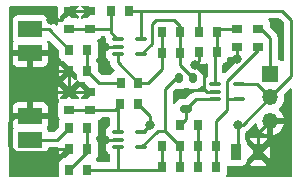
<source format=gbr>
%TF.GenerationSoftware,KiCad,Pcbnew,9.0.0*%
%TF.CreationDate,2025-04-01T12:45:26+02:00*%
%TF.ProjectId,preamp2,70726561-6d70-4322-9e6b-696361645f70,5*%
%TF.SameCoordinates,Original*%
%TF.FileFunction,Copper,L1,Top*%
%TF.FilePolarity,Positive*%
%FSLAX46Y46*%
G04 Gerber Fmt 4.6, Leading zero omitted, Abs format (unit mm)*
G04 Created by KiCad (PCBNEW 9.0.0) date 2025-04-01 12:45:26*
%MOMM*%
%LPD*%
G01*
G04 APERTURE LIST*
G04 Aperture macros list*
%AMRoundRect*
0 Rectangle with rounded corners*
0 $1 Rounding radius*
0 $2 $3 $4 $5 $6 $7 $8 $9 X,Y pos of 4 corners*
0 Add a 4 corners polygon primitive as box body*
4,1,4,$2,$3,$4,$5,$6,$7,$8,$9,$2,$3,0*
0 Add four circle primitives for the rounded corners*
1,1,$1+$1,$2,$3*
1,1,$1+$1,$4,$5*
1,1,$1+$1,$6,$7*
1,1,$1+$1,$8,$9*
0 Add four rect primitives between the rounded corners*
20,1,$1+$1,$2,$3,$4,$5,0*
20,1,$1+$1,$4,$5,$6,$7,0*
20,1,$1+$1,$6,$7,$8,$9,0*
20,1,$1+$1,$8,$9,$2,$3,0*%
G04 Aperture macros list end*
%TA.AperFunction,SMDPad,CuDef*%
%ADD10R,0.950000X0.800000*%
%TD*%
%TA.AperFunction,SMDPad,CuDef*%
%ADD11R,0.800000X0.950000*%
%TD*%
%TA.AperFunction,SMDPad,CuDef*%
%ADD12O,1.000000X0.400000*%
%TD*%
%TA.AperFunction,SMDPad,CuDef*%
%ADD13RoundRect,0.175000X-0.175000X0.225000X-0.175000X-0.225000X0.175000X-0.225000X0.175000X0.225000X0*%
%TD*%
%TA.AperFunction,SMDPad,CuDef*%
%ADD14RoundRect,0.175000X-0.325000X0.175000X-0.325000X-0.175000X0.325000X-0.175000X0.325000X0.175000X0*%
%TD*%
%TA.AperFunction,SMDPad,CuDef*%
%ADD15R,2.000000X1.350000*%
%TD*%
%TA.AperFunction,ComponentPad*%
%ADD16R,1.350000X1.350000*%
%TD*%
%TA.AperFunction,ComponentPad*%
%ADD17O,1.350000X1.350000*%
%TD*%
%TA.AperFunction,SMDPad,CuDef*%
%ADD18R,0.900000X1.400000*%
%TD*%
%TA.AperFunction,ViaPad*%
%ADD19C,0.800000*%
%TD*%
%TA.AperFunction,Conductor*%
%ADD20C,0.250000*%
%TD*%
G04 APERTURE END LIST*
D10*
%TO.P,C7,1*%
%TO.N,Net-(C6-Pad2)*%
X120142000Y-92444000D03*
%TO.P,C7,2*%
%TO.N,Net-(J5-Pin_1)*%
X120142000Y-90944000D03*
%TD*%
D11*
%TO.P,C3,1*%
%TO.N,Net-(U1--)*%
X112026000Y-92964000D03*
%TO.P,C3,2*%
%TO.N,Net-(C3-Pad2)*%
X113526000Y-92964000D03*
%TD*%
D12*
%TO.P,U2,1,+*%
%TO.N,Net-(U2-+)*%
X108220000Y-99680000D03*
%TO.P,U2,2,V-*%
%TO.N,GND*%
X108220000Y-100330000D03*
%TO.P,U2,3,-*%
%TO.N,Net-(U2--)*%
X108220000Y-100980000D03*
%TO.P,U2,4*%
%TO.N,Net-(C4-Pad2)*%
X110220000Y-100980000D03*
%TO.P,U2,5,V+*%
%TO.N,+5V*%
X110220000Y-99680000D03*
%TD*%
D11*
%TO.P,C6,1*%
%TO.N,Net-(C6-Pad1)*%
X115074000Y-102616000D03*
%TO.P,C6,2*%
%TO.N,Net-(C6-Pad2)*%
X116574000Y-102616000D03*
%TD*%
D13*
%TO.P,RV2,1,1*%
%TO.N,Net-(C3-Pad2)*%
X114646000Y-95120000D03*
D14*
%TO.P,RV2,2,2*%
%TO.N,Net-(U3--)*%
X114046000Y-97720000D03*
D13*
%TO.P,RV2,3,3*%
%TO.N,Net-(C4-Pad2)*%
X113446000Y-95120000D03*
%TD*%
D11*
%TO.P,R7,1*%
%TO.N,Net-(U1--)*%
X112026000Y-91186000D03*
%TO.P,R7,2*%
%TO.N,Net-(C3-Pad2)*%
X113526000Y-91186000D03*
%TD*%
D12*
%TO.P,U3,1,+*%
%TO.N,Net-(U3-+)*%
X116475000Y-95616000D03*
%TO.P,U3,2,V-*%
%TO.N,GND*%
X116475000Y-96266000D03*
%TO.P,U3,3,-*%
%TO.N,Net-(U3--)*%
X116475000Y-96916000D03*
%TO.P,U3,4*%
%TO.N,Net-(C6-Pad2)*%
X118475000Y-96916000D03*
%TO.P,U3,5,V+*%
%TO.N,+5V*%
X118475000Y-95616000D03*
%TD*%
D11*
%TO.P,R15,1*%
%TO.N,Net-(R15-Pad1)*%
X105652000Y-101092000D03*
%TO.P,R15,2*%
%TO.N,GND*%
X104152000Y-101092000D03*
%TD*%
D10*
%TO.P,R4,1*%
%TO.N,Net-(U1-+)*%
X104140000Y-90932000D03*
%TO.P,R4,2*%
%TO.N,GND*%
X104140000Y-89432000D03*
%TD*%
D11*
%TO.P,R10,1*%
%TO.N,Net-(R1-Pad2)*%
X105652000Y-94488000D03*
%TO.P,R10,2*%
%TO.N,GND*%
X104152000Y-94488000D03*
%TD*%
D10*
%TO.P,C1,1*%
%TO.N,Net-(U1-+)*%
X105918000Y-90932000D03*
%TO.P,C1,2*%
%TO.N,GND*%
X105918000Y-89432000D03*
%TD*%
D12*
%TO.P,U1,1,+*%
%TO.N,Net-(U1-+)*%
X108220000Y-91806000D03*
%TO.P,U1,2,V-*%
%TO.N,GND*%
X108220000Y-92456000D03*
%TO.P,U1,3,-*%
%TO.N,Net-(U1--)*%
X108220000Y-93106000D03*
%TO.P,U1,4*%
%TO.N,Net-(C3-Pad2)*%
X110220000Y-93106000D03*
%TO.P,U1,5,V+*%
%TO.N,+5V*%
X110220000Y-91806000D03*
%TD*%
D10*
%TO.P,R6,1*%
%TO.N,Net-(U2-+)*%
X104140000Y-97778000D03*
%TO.P,R6,2*%
%TO.N,GND*%
X104140000Y-96278000D03*
%TD*%
D11*
%TO.P,R1,1*%
%TO.N,Net-(J3-Pin_1)*%
X104152000Y-92710000D03*
%TO.P,R1,2*%
%TO.N,Net-(R1-Pad2)*%
X105652000Y-92710000D03*
%TD*%
%TO.P,R13,1*%
%TO.N,Net-(U3--)*%
X113550000Y-99060000D03*
%TO.P,R13,2*%
%TO.N,Net-(C6-Pad1)*%
X115050000Y-99060000D03*
%TD*%
D10*
%TO.P,C5,1*%
%TO.N,Net-(U3-+)*%
X118364000Y-90956000D03*
%TO.P,C5,2*%
%TO.N,GND*%
X118364000Y-92456000D03*
%TD*%
D11*
%TO.P,R9,1*%
%TO.N,Net-(C6-Pad1)*%
X115062000Y-100838000D03*
%TO.P,R9,2*%
%TO.N,Net-(C6-Pad2)*%
X116562000Y-100838000D03*
%TD*%
%TO.P,R3,1*%
%TO.N,+5V*%
X109208000Y-89408000D03*
%TO.P,R3,2*%
%TO.N,Net-(U1-+)*%
X107708000Y-89408000D03*
%TD*%
%TO.P,R8,1*%
%TO.N,Net-(U2--)*%
X112026000Y-100838000D03*
%TO.P,R8,2*%
%TO.N,Net-(C4-Pad2)*%
X113526000Y-100838000D03*
%TD*%
D15*
%TO.P,J4,1,Pin_1*%
%TO.N,Net-(J4-Pin_1)*%
X100838000Y-100330000D03*
%TO.P,J4,2,Pin_2*%
%TO.N,GND*%
X100838000Y-98330000D03*
%TD*%
D11*
%TO.P,R12,1*%
%TO.N,Net-(U3-+)*%
X116624800Y-92913200D03*
%TO.P,R12,2*%
%TO.N,GND*%
X115124800Y-92913200D03*
%TD*%
%TO.P,R2,1*%
%TO.N,Net-(J4-Pin_1)*%
X104152000Y-99314000D03*
%TO.P,R2,2*%
%TO.N,Net-(R15-Pad1)*%
X105652000Y-99314000D03*
%TD*%
%TO.P,C4,1*%
%TO.N,Net-(U2--)*%
X112026000Y-102616000D03*
%TO.P,C4,2*%
%TO.N,Net-(C4-Pad2)*%
X113526000Y-102616000D03*
%TD*%
D10*
%TO.P,C2,1*%
%TO.N,Net-(U2-+)*%
X105918000Y-97778000D03*
%TO.P,C2,2*%
%TO.N,GND*%
X105918000Y-96278000D03*
%TD*%
D16*
%TO.P,J5,1,Pin_1*%
%TO.N,Net-(J5-Pin_1)*%
X121158000Y-94742000D03*
D17*
%TO.P,J5,2,Pin_2*%
%TO.N,+5V*%
X121158000Y-96742000D03*
%TO.P,J5,3,Pin_3*%
%TO.N,GND*%
X121158000Y-98742000D03*
%TD*%
D11*
%TO.P,R5,1*%
%TO.N,+5V*%
X109970000Y-97282000D03*
%TO.P,R5,2*%
%TO.N,Net-(U2-+)*%
X108470000Y-97282000D03*
%TD*%
%TO.P,C10,1*%
%TO.N,Net-(R15-Pad1)*%
X104152000Y-102870000D03*
%TO.P,C10,2*%
%TO.N,Net-(U2--)*%
X105652000Y-102870000D03*
%TD*%
D18*
%TO.P,C8,1*%
%TO.N,+5V*%
X118242000Y-101346000D03*
%TO.P,C8,2*%
%TO.N,GND*%
X120142000Y-101346000D03*
%TD*%
D11*
%TO.P,C9,1*%
%TO.N,Net-(R1-Pad2)*%
X108482000Y-95504000D03*
%TO.P,C9,2*%
%TO.N,Net-(U1--)*%
X109982000Y-95504000D03*
%TD*%
D15*
%TO.P,J3,1,Pin_1*%
%TO.N,Net-(J3-Pin_1)*%
X100838000Y-90964000D03*
%TO.P,J3,2,Pin_2*%
%TO.N,GND*%
X100838000Y-92964000D03*
%TD*%
D11*
%TO.P,R11,1*%
%TO.N,+5V*%
X115124800Y-91186000D03*
%TO.P,R11,2*%
%TO.N,Net-(U3-+)*%
X116624800Y-91186000D03*
%TD*%
D19*
%TO.N,GND*%
X114808000Y-93980000D03*
X102108000Y-102108000D03*
X100838000Y-95504000D03*
X118364000Y-93472000D03*
X107188000Y-100330000D03*
X107188000Y-92456000D03*
X121920000Y-90932000D03*
X102616000Y-90170000D03*
%TO.N,+5V*%
X110998000Y-99060000D03*
X118425000Y-99060000D03*
%TD*%
D20*
%TO.N,GND*%
X99060000Y-100838000D02*
X99552000Y-101330000D01*
X100838000Y-92964000D02*
X100838000Y-94488000D01*
X102886000Y-101330000D02*
X103124000Y-101092000D01*
X115824000Y-96266000D02*
X116475000Y-96266000D01*
X104140000Y-96278000D02*
X104140000Y-94500000D01*
X114808000Y-93980000D02*
X115570000Y-94742000D01*
X102616000Y-90170000D02*
X103402000Y-90170000D01*
X108220000Y-92456000D02*
X107188000Y-92456000D01*
X115124800Y-93663200D02*
X114808000Y-93980000D01*
X104140000Y-96278000D02*
X100850000Y-96278000D01*
X118364000Y-93472000D02*
X118364000Y-93577000D01*
X100838000Y-98330000D02*
X99536000Y-98330000D01*
X104152000Y-101092000D02*
X103124000Y-101092000D01*
X103124000Y-101092000D02*
X102108000Y-102108000D01*
X120142000Y-101346000D02*
X120142000Y-99758000D01*
X115570000Y-96012000D02*
X115824000Y-96266000D01*
X100838000Y-98330000D02*
X100838000Y-96266000D01*
X100838000Y-94488000D02*
X100838000Y-95504000D01*
X104152000Y-94488000D02*
X100838000Y-94488000D01*
X103402000Y-90170000D02*
X104140000Y-89432000D01*
X99536000Y-98330000D02*
X99060000Y-98806000D01*
X105918000Y-96278000D02*
X104140000Y-96278000D01*
X104140000Y-94500000D02*
X104152000Y-94488000D01*
X108220000Y-100330000D02*
X107188000Y-100330000D01*
X120142000Y-99758000D02*
X121158000Y-98742000D01*
X99552000Y-101330000D02*
X102886000Y-101330000D01*
X118364000Y-92456000D02*
X118364000Y-93472000D01*
X100838000Y-96266000D02*
X100838000Y-95504000D01*
X115570000Y-94742000D02*
X115570000Y-96012000D01*
X104140000Y-89432000D02*
X105918000Y-89432000D01*
X99060000Y-98806000D02*
X99060000Y-100838000D01*
X100850000Y-96278000D02*
X100838000Y-96266000D01*
X115124800Y-92913200D02*
X115124800Y-93663200D01*
%TO.N,Net-(U1-+)*%
X107696000Y-90932000D02*
X107696000Y-91282000D01*
X107708000Y-90920000D02*
X107696000Y-90932000D01*
X107696000Y-90932000D02*
X105918000Y-90932000D01*
X107696000Y-91282000D02*
X108220000Y-91806000D01*
X105918000Y-90932000D02*
X104140000Y-90932000D01*
X107708000Y-89408000D02*
X107708000Y-90920000D01*
%TO.N,Net-(U2-+)*%
X105918000Y-97778000D02*
X107974000Y-97778000D01*
X107974000Y-97778000D02*
X108470000Y-97282000D01*
X104140000Y-97778000D02*
X105918000Y-97778000D01*
X108220000Y-97532000D02*
X108470000Y-97282000D01*
X108220000Y-99680000D02*
X108220000Y-97532000D01*
%TO.N,Net-(U1--)*%
X110824016Y-95504000D02*
X112026000Y-94302016D01*
X108220000Y-93106000D02*
X108220000Y-93742000D01*
X108220000Y-93742000D02*
X109982000Y-95504000D01*
X109982000Y-95504000D02*
X110824016Y-95504000D01*
X112026000Y-92964000D02*
X112026000Y-91186000D01*
X112026000Y-94302016D02*
X112026000Y-92964000D01*
%TO.N,Net-(C3-Pad2)*%
X113030000Y-90170000D02*
X113526000Y-90666000D01*
X111515000Y-90170000D02*
X113030000Y-90170000D01*
X114646000Y-95120000D02*
X114646000Y-95088000D01*
X110220000Y-93106000D02*
X111125000Y-92201000D01*
X114646000Y-95088000D02*
X113526000Y-93968000D01*
X111125000Y-90560000D02*
X111515000Y-90170000D01*
X111125000Y-92201000D02*
X111125000Y-90560000D01*
X113526000Y-90666000D02*
X113526000Y-91186000D01*
X113526000Y-93968000D02*
X113526000Y-92964000D01*
X113526000Y-91186000D02*
X113526000Y-93000000D01*
%TO.N,Net-(J3-Pin_1)*%
X100838000Y-90964000D02*
X102406000Y-90964000D01*
X102406000Y-90964000D02*
X104152000Y-92710000D01*
%TO.N,+5V*%
X120032000Y-95616000D02*
X121158000Y-96742000D01*
X118840000Y-99060000D02*
X121158000Y-96742000D01*
X122936000Y-94964000D02*
X122936000Y-90170000D01*
X115062000Y-89408000D02*
X111252000Y-89408000D01*
X110220000Y-89519000D02*
X110109000Y-89408000D01*
X118475000Y-95616000D02*
X120032000Y-95616000D01*
X118425000Y-99060000D02*
X118840000Y-99060000D01*
X118425000Y-99060000D02*
X118425000Y-101163000D01*
X111252000Y-89408000D02*
X110109000Y-89408000D01*
X121158000Y-96742000D02*
X122936000Y-94964000D01*
X110220000Y-99680000D02*
X110378000Y-99680000D01*
X115124800Y-91186000D02*
X115124800Y-89470800D01*
X110378000Y-99680000D02*
X110998000Y-99060000D01*
X110998000Y-99060000D02*
X110998000Y-98310000D01*
X115124800Y-89470800D02*
X115062000Y-89408000D01*
X122174000Y-89408000D02*
X115062000Y-89408000D01*
X118425000Y-101163000D02*
X118242000Y-101346000D01*
X110109000Y-89408000D02*
X109208000Y-89408000D01*
X110220000Y-91806000D02*
X110220000Y-89519000D01*
X110998000Y-98310000D02*
X109970000Y-97282000D01*
X122936000Y-90170000D02*
X122174000Y-89408000D01*
%TO.N,Net-(U2--)*%
X108220000Y-100980000D02*
X108220000Y-102759000D01*
X105652000Y-102870000D02*
X108331000Y-102870000D01*
X108331000Y-102870000D02*
X108712000Y-102870000D01*
X108220000Y-102759000D02*
X108331000Y-102870000D01*
X108712000Y-102870000D02*
X111772000Y-102870000D01*
X111772000Y-102870000D02*
X112026000Y-102616000D01*
X112026000Y-100838000D02*
X112026000Y-102616000D01*
%TO.N,Net-(C4-Pad2)*%
X113160000Y-95120000D02*
X113446000Y-95120000D01*
X113526000Y-100838000D02*
X112268000Y-99580000D01*
X112252000Y-99330000D02*
X112268000Y-99314000D01*
X110220000Y-100980000D02*
X111632000Y-99568000D01*
X111632000Y-99568000D02*
X112256000Y-99568000D01*
X112268000Y-99580000D02*
X112268000Y-99314000D01*
X113526000Y-100838000D02*
X113526000Y-102616000D01*
X112268000Y-96012000D02*
X113160000Y-95120000D01*
X112268000Y-99314000D02*
X112268000Y-99060000D01*
X112268000Y-99060000D02*
X112268000Y-96012000D01*
X112256000Y-99568000D02*
X112268000Y-99580000D01*
%TO.N,Net-(U3-+)*%
X116475000Y-95616000D02*
X116475000Y-93063000D01*
X118364000Y-90956000D02*
X116854800Y-90956000D01*
X116854800Y-90956000D02*
X116624800Y-91186000D01*
X116475000Y-93063000D02*
X116624800Y-92913200D01*
X116624800Y-91186000D02*
X116624800Y-92913200D01*
%TO.N,Net-(C6-Pad2)*%
X117475000Y-95631000D02*
X117475000Y-96901000D01*
X117475000Y-97790000D02*
X116562000Y-98703000D01*
X116574000Y-102616000D02*
X116574000Y-100850000D01*
X118475000Y-96916000D02*
X117490000Y-96916000D01*
X117490000Y-96916000D02*
X117475000Y-96901000D01*
X117475000Y-96901000D02*
X117475000Y-97790000D01*
X116574000Y-100850000D02*
X116562000Y-100838000D01*
X120142000Y-92720720D02*
X117475000Y-95387720D01*
X120142000Y-92444000D02*
X120142000Y-92720720D01*
X116562000Y-98703000D02*
X116562000Y-100838000D01*
X117475000Y-95387720D02*
X117475000Y-95631000D01*
%TO.N,Net-(C6-Pad1)*%
X115050000Y-100826000D02*
X115062000Y-100838000D01*
X115050000Y-99060000D02*
X115050000Y-100826000D01*
X115062000Y-102604000D02*
X115074000Y-102616000D01*
X115062000Y-100838000D02*
X115062000Y-102604000D01*
%TO.N,Net-(J4-Pin_1)*%
X103136000Y-100330000D02*
X104152000Y-99314000D01*
X100838000Y-100330000D02*
X103136000Y-100330000D01*
%TO.N,Net-(J5-Pin_1)*%
X120142000Y-90944000D02*
X120408000Y-90944000D01*
X121158000Y-91694000D02*
X121158000Y-94742000D01*
X120408000Y-90944000D02*
X121158000Y-91694000D01*
%TO.N,Net-(R1-Pad2)*%
X106680000Y-95504000D02*
X108482000Y-95504000D01*
X105652000Y-92710000D02*
X105652000Y-94488000D01*
X105652000Y-94488000D02*
X105664000Y-94488000D01*
X105664000Y-94488000D02*
X106680000Y-95504000D01*
%TO.N,Net-(R15-Pad1)*%
X105652000Y-101092000D02*
X105652000Y-101370000D01*
X105652000Y-99314000D02*
X105652000Y-101092000D01*
X105652000Y-101370000D02*
X104152000Y-102870000D01*
%TO.N,Net-(U3--)*%
X114850000Y-96916000D02*
X114046000Y-97720000D01*
X114046000Y-98564000D02*
X114046000Y-97720000D01*
X116475000Y-96916000D02*
X114850000Y-96916000D01*
X113550000Y-99060000D02*
X114046000Y-98564000D01*
%TD*%
%TA.AperFunction,Conductor*%
%TO.N,GND*%
G36*
X103108039Y-89019685D02*
G01*
X103153794Y-89072489D01*
X103165000Y-89124000D01*
X103165000Y-89879844D01*
X103171401Y-89939372D01*
X103171402Y-89939376D01*
X103200651Y-90017795D01*
X103204808Y-90018700D01*
X103266131Y-90052185D01*
X103299616Y-90113508D01*
X103294632Y-90183200D01*
X103277717Y-90214177D01*
X103221204Y-90289668D01*
X103221202Y-90289671D01*
X103170908Y-90424517D01*
X103164501Y-90484116D01*
X103164500Y-90484135D01*
X103164500Y-90538548D01*
X103158261Y-90559793D01*
X103156682Y-90581882D01*
X103148609Y-90592665D01*
X103144815Y-90605587D01*
X103128081Y-90620086D01*
X103114810Y-90637815D01*
X103102189Y-90642522D01*
X103092011Y-90651342D01*
X103070093Y-90654493D01*
X103049346Y-90662232D01*
X103036185Y-90659369D01*
X103022853Y-90661286D01*
X103002709Y-90652086D01*
X102981073Y-90647380D01*
X102963347Y-90634111D01*
X102959297Y-90632261D01*
X102952819Y-90626229D01*
X102896198Y-90569608D01*
X102896178Y-90569586D01*
X102804733Y-90478141D01*
X102749116Y-90440980D01*
X102749117Y-90440980D01*
X102742437Y-90436517D01*
X102702286Y-90409688D01*
X102605781Y-90369715D01*
X102601946Y-90368126D01*
X102601935Y-90368121D01*
X102588455Y-90362538D01*
X102588453Y-90362537D01*
X102588452Y-90362537D01*
X102528029Y-90350518D01*
X102467607Y-90338500D01*
X102467606Y-90338500D01*
X102450692Y-90338500D01*
X102441148Y-90337004D01*
X102417936Y-90326045D01*
X102393312Y-90318815D01*
X102386867Y-90311377D01*
X102377966Y-90307175D01*
X102364363Y-90285406D01*
X102347557Y-90266011D01*
X102343889Y-90252641D01*
X102340940Y-90247922D01*
X102341013Y-90242158D01*
X102337061Y-90227752D01*
X102335895Y-90216909D01*
X102332091Y-90181517D01*
X102331578Y-90180142D01*
X102281797Y-90046671D01*
X102281793Y-90046664D01*
X102195547Y-89931455D01*
X102195544Y-89931452D01*
X102080335Y-89845206D01*
X102080328Y-89845202D01*
X101945482Y-89794908D01*
X101945483Y-89794908D01*
X101885883Y-89788501D01*
X101885881Y-89788500D01*
X101885873Y-89788500D01*
X101885864Y-89788500D01*
X99790129Y-89788500D01*
X99790123Y-89788501D01*
X99730516Y-89794908D01*
X99595671Y-89845202D01*
X99595664Y-89845206D01*
X99480455Y-89931452D01*
X99480452Y-89931455D01*
X99394206Y-90046664D01*
X99394202Y-90046671D01*
X99343908Y-90181517D01*
X99337501Y-90241116D01*
X99337500Y-90241135D01*
X99337500Y-91686870D01*
X99337501Y-91686876D01*
X99343908Y-91746483D01*
X99394202Y-91881327D01*
X99394204Y-91881331D01*
X99400773Y-91890106D01*
X99425190Y-91955571D01*
X99410338Y-92023843D01*
X99400775Y-92038725D01*
X99394646Y-92046912D01*
X99394645Y-92046913D01*
X99344403Y-92181620D01*
X99344401Y-92181627D01*
X99338000Y-92241155D01*
X99338000Y-92714000D01*
X102338000Y-92714000D01*
X102338000Y-92241172D01*
X102337999Y-92241155D01*
X102331598Y-92181627D01*
X102331597Y-92181623D01*
X102288436Y-92065904D01*
X102283452Y-91996212D01*
X102316936Y-91934889D01*
X102378259Y-91901404D01*
X102447951Y-91906388D01*
X102492299Y-91934889D01*
X103215181Y-92657771D01*
X103248666Y-92719094D01*
X103251500Y-92745452D01*
X103251500Y-93232870D01*
X103251501Y-93232876D01*
X103257908Y-93292483D01*
X103308202Y-93427328D01*
X103308206Y-93427335D01*
X103394452Y-93542544D01*
X103394455Y-93542547D01*
X103509664Y-93628793D01*
X103509671Y-93628797D01*
X103534228Y-93637956D01*
X103644517Y-93679091D01*
X103659430Y-93680694D01*
X103723978Y-93707431D01*
X103733854Y-93716302D01*
X104715181Y-94697629D01*
X104748666Y-94758952D01*
X104751500Y-94785309D01*
X104751500Y-95010869D01*
X104751501Y-95010876D01*
X104757909Y-95070484D01*
X104782951Y-95137627D01*
X104787935Y-95207318D01*
X104754449Y-95268641D01*
X104693126Y-95302125D01*
X104623434Y-95297140D01*
X104579088Y-95268640D01*
X104152000Y-94841552D01*
X103604552Y-95389000D01*
X104140000Y-95924448D01*
X104702372Y-95362075D01*
X104707133Y-95345863D01*
X104759937Y-95300108D01*
X104829095Y-95290164D01*
X104886496Y-95316378D01*
X104887355Y-95315232D01*
X104892624Y-95319177D01*
X104892651Y-95319189D01*
X104892692Y-95319227D01*
X105009664Y-95406793D01*
X105009671Y-95406797D01*
X105022742Y-95411672D01*
X105144517Y-95457091D01*
X105204127Y-95463500D01*
X105405690Y-95463499D01*
X105472728Y-95483183D01*
X105493370Y-95499818D01*
X106007095Y-96013543D01*
X106040580Y-96074866D01*
X106035596Y-96144558D01*
X106007095Y-96188905D01*
X105918000Y-96278000D01*
X106007094Y-96367094D01*
X106040579Y-96428417D01*
X106035595Y-96498109D01*
X106007094Y-96542456D01*
X105708369Y-96841181D01*
X105647046Y-96874666D01*
X105620689Y-96877500D01*
X105395130Y-96877500D01*
X105395123Y-96877501D01*
X105335514Y-96883909D01*
X105268372Y-96908951D01*
X105198680Y-96913935D01*
X105137357Y-96880449D01*
X105103873Y-96819125D01*
X105108859Y-96749434D01*
X105137359Y-96705088D01*
X105564447Y-96277999D01*
X105029000Y-95742552D01*
X104493552Y-96278000D01*
X104920640Y-96705088D01*
X104954125Y-96766411D01*
X104949141Y-96836103D01*
X104907269Y-96892036D01*
X104841805Y-96916453D01*
X104789627Y-96908951D01*
X104722485Y-96883909D01*
X104722483Y-96883908D01*
X104662883Y-96877501D01*
X104662881Y-96877500D01*
X104662873Y-96877500D01*
X104662865Y-96877500D01*
X104437310Y-96877500D01*
X104370271Y-96857815D01*
X104349629Y-96841181D01*
X104140001Y-96631552D01*
X103930369Y-96841182D01*
X103869046Y-96874666D01*
X103842689Y-96877500D01*
X103617130Y-96877500D01*
X103617123Y-96877501D01*
X103557514Y-96883909D01*
X103490372Y-96908951D01*
X103420680Y-96913935D01*
X103359357Y-96880449D01*
X103325873Y-96819125D01*
X103330859Y-96749434D01*
X103359359Y-96705088D01*
X103786448Y-96278000D01*
X103200651Y-95692203D01*
X103171403Y-95770620D01*
X103171401Y-95770627D01*
X103165000Y-95830155D01*
X103165000Y-96725844D01*
X103171401Y-96785372D01*
X103171402Y-96785376D01*
X103200651Y-96863795D01*
X103204808Y-96864700D01*
X103266131Y-96898185D01*
X103299616Y-96959508D01*
X103294632Y-97029200D01*
X103277717Y-97060177D01*
X103221204Y-97135668D01*
X103221202Y-97135671D01*
X103170908Y-97270517D01*
X103164501Y-97330116D01*
X103164500Y-97330135D01*
X103164500Y-98225870D01*
X103164501Y-98225876D01*
X103170908Y-98285483D01*
X103221202Y-98420328D01*
X103221206Y-98420334D01*
X103282593Y-98502338D01*
X103307010Y-98567802D01*
X103299508Y-98619980D01*
X103257909Y-98731514D01*
X103257908Y-98731516D01*
X103251501Y-98791116D01*
X103251501Y-98791125D01*
X103251500Y-98791135D01*
X103251500Y-99278547D01*
X103231815Y-99345586D01*
X103215181Y-99366228D01*
X102913229Y-99668181D01*
X102851906Y-99701666D01*
X102825548Y-99704500D01*
X102460351Y-99704500D01*
X102393312Y-99684815D01*
X102347557Y-99632011D01*
X102337061Y-99593752D01*
X102332091Y-99547516D01*
X102281797Y-99412670D01*
X102281796Y-99412668D01*
X102275229Y-99403897D01*
X102250809Y-99338433D01*
X102265659Y-99270160D01*
X102275229Y-99255268D01*
X102281351Y-99247089D01*
X102331597Y-99112376D01*
X102331598Y-99112372D01*
X102337999Y-99052844D01*
X102338000Y-99052827D01*
X102338000Y-98580000D01*
X99338000Y-98580000D01*
X99338000Y-99052844D01*
X99344401Y-99112372D01*
X99344403Y-99112379D01*
X99394645Y-99247086D01*
X99394650Y-99247095D01*
X99400774Y-99255276D01*
X99425189Y-99320741D01*
X99410335Y-99389013D01*
X99400775Y-99403890D01*
X99394205Y-99412666D01*
X99394202Y-99412671D01*
X99343908Y-99547517D01*
X99337501Y-99607116D01*
X99337500Y-99607135D01*
X99337500Y-101052870D01*
X99337501Y-101052876D01*
X99343908Y-101112483D01*
X99394202Y-101247328D01*
X99394206Y-101247335D01*
X99480452Y-101362544D01*
X99480455Y-101362547D01*
X99595664Y-101448793D01*
X99595671Y-101448797D01*
X99730517Y-101499091D01*
X99730516Y-101499091D01*
X99737444Y-101499835D01*
X99790127Y-101505500D01*
X101885872Y-101505499D01*
X101945483Y-101499091D01*
X102080331Y-101448796D01*
X102195546Y-101362546D01*
X102281796Y-101247331D01*
X102332091Y-101112483D01*
X102337062Y-101066242D01*
X102363799Y-101001694D01*
X102421191Y-100961846D01*
X102460351Y-100955500D01*
X103128000Y-100955500D01*
X103195039Y-100975185D01*
X103240794Y-101027989D01*
X103252000Y-101079500D01*
X103252000Y-101614838D01*
X103254291Y-101636154D01*
X103254292Y-101636154D01*
X103887542Y-101002904D01*
X103948865Y-100969419D01*
X104018556Y-100974403D01*
X104062904Y-101002904D01*
X104241094Y-101181094D01*
X104274579Y-101242417D01*
X104269595Y-101312109D01*
X104241094Y-101356456D01*
X103733853Y-101863697D01*
X103672530Y-101897182D01*
X103659432Y-101899305D01*
X103644518Y-101900908D01*
X103644513Y-101900910D01*
X103509671Y-101951202D01*
X103509664Y-101951206D01*
X103394455Y-102037452D01*
X103394452Y-102037455D01*
X103308206Y-102152664D01*
X103308202Y-102152671D01*
X103257908Y-102287517D01*
X103251501Y-102347116D01*
X103251500Y-102347135D01*
X103251501Y-103376000D01*
X103231817Y-103443039D01*
X103179013Y-103488794D01*
X103127501Y-103500000D01*
X99124000Y-103500000D01*
X99056961Y-103480315D01*
X99011206Y-103427511D01*
X99000000Y-103376000D01*
X99000000Y-97607155D01*
X99338000Y-97607155D01*
X99338000Y-98080000D01*
X100588000Y-98080000D01*
X101088000Y-98080000D01*
X102338000Y-98080000D01*
X102338000Y-97607172D01*
X102337999Y-97607155D01*
X102331598Y-97547627D01*
X102331596Y-97547620D01*
X102281354Y-97412913D01*
X102281350Y-97412906D01*
X102195190Y-97297812D01*
X102195187Y-97297809D01*
X102080093Y-97211649D01*
X102080086Y-97211645D01*
X101945379Y-97161403D01*
X101945372Y-97161401D01*
X101885844Y-97155000D01*
X101088000Y-97155000D01*
X101088000Y-98080000D01*
X100588000Y-98080000D01*
X100588000Y-97155000D01*
X99790155Y-97155000D01*
X99730627Y-97161401D01*
X99730620Y-97161403D01*
X99595913Y-97211645D01*
X99595906Y-97211649D01*
X99480812Y-97297809D01*
X99480809Y-97297812D01*
X99394649Y-97412906D01*
X99394645Y-97412913D01*
X99344403Y-97547620D01*
X99344401Y-97547627D01*
X99338000Y-97607155D01*
X99000000Y-97607155D01*
X99000000Y-93686844D01*
X99338000Y-93686844D01*
X99344401Y-93746372D01*
X99344403Y-93746379D01*
X99394645Y-93881086D01*
X99394649Y-93881093D01*
X99480809Y-93996187D01*
X99480812Y-93996190D01*
X99595906Y-94082350D01*
X99595913Y-94082354D01*
X99730620Y-94132596D01*
X99730627Y-94132598D01*
X99790155Y-94138999D01*
X99790172Y-94139000D01*
X100588000Y-94139000D01*
X101088000Y-94139000D01*
X101885828Y-94139000D01*
X101885844Y-94138999D01*
X101945372Y-94132598D01*
X101945379Y-94132596D01*
X102080086Y-94082354D01*
X102080093Y-94082350D01*
X102195187Y-93996190D01*
X102195190Y-93996187D01*
X102218416Y-93965162D01*
X103252000Y-93965162D01*
X103252000Y-95010838D01*
X103254291Y-95032154D01*
X103254292Y-95032154D01*
X103798448Y-94488000D01*
X103254292Y-93943844D01*
X103254291Y-93943844D01*
X103252000Y-93965162D01*
X102218416Y-93965162D01*
X102276523Y-93887542D01*
X102276523Y-93887541D01*
X102281352Y-93881089D01*
X102281354Y-93881086D01*
X102331596Y-93746379D01*
X102331598Y-93746372D01*
X102337999Y-93686844D01*
X102338000Y-93686827D01*
X102338000Y-93214000D01*
X101088000Y-93214000D01*
X101088000Y-94139000D01*
X100588000Y-94139000D01*
X100588000Y-93214000D01*
X99338000Y-93214000D01*
X99338000Y-93686844D01*
X99000000Y-93686844D01*
X99000000Y-89124000D01*
X99019685Y-89056961D01*
X99072489Y-89011206D01*
X99124000Y-89000000D01*
X103041000Y-89000000D01*
X103108039Y-89019685D01*
G37*
%TD.AperFunction*%
%TA.AperFunction,Conductor*%
G36*
X122919334Y-95967769D02*
G01*
X122975267Y-96009641D01*
X122999684Y-96075105D01*
X123000000Y-96083951D01*
X123000000Y-103376000D01*
X122980315Y-103443039D01*
X122927511Y-103488794D01*
X122876000Y-103500000D01*
X117534226Y-103500000D01*
X117467187Y-103480315D01*
X117421432Y-103427511D01*
X117411488Y-103358353D01*
X117418044Y-103332667D01*
X117432104Y-103294967D01*
X117468091Y-103198483D01*
X117474500Y-103138873D01*
X117474499Y-102640351D01*
X117494183Y-102573313D01*
X117546987Y-102527558D01*
X117616146Y-102517614D01*
X117641831Y-102524170D01*
X117660387Y-102531091D01*
X117684516Y-102540091D01*
X117691444Y-102540835D01*
X117744127Y-102546500D01*
X118739872Y-102546499D01*
X118799483Y-102540091D01*
X118934331Y-102489796D01*
X118990804Y-102447520D01*
X119394029Y-102447520D01*
X119449910Y-102489352D01*
X119449913Y-102489354D01*
X119584620Y-102539596D01*
X119584627Y-102539598D01*
X119644155Y-102545999D01*
X119644172Y-102546000D01*
X120639828Y-102546000D01*
X120639844Y-102545999D01*
X120699372Y-102539598D01*
X120699376Y-102539597D01*
X120834091Y-102489351D01*
X120889969Y-102447520D01*
X120142000Y-101699552D01*
X119394029Y-102447520D01*
X118990804Y-102447520D01*
X119049546Y-102403546D01*
X119135796Y-102288331D01*
X119186091Y-102153483D01*
X119192500Y-102093873D01*
X119192499Y-101993306D01*
X119212183Y-101926271D01*
X119228818Y-101905628D01*
X119788448Y-101346000D01*
X119788447Y-101345999D01*
X120495552Y-101345999D01*
X120495552Y-101346000D01*
X121091999Y-101942448D01*
X121092000Y-101942447D01*
X121092000Y-100749552D01*
X121091999Y-100749551D01*
X120495552Y-101345999D01*
X119788447Y-101345999D01*
X119228818Y-100786370D01*
X119195333Y-100725047D01*
X119192499Y-100698689D01*
X119192499Y-100598129D01*
X119192498Y-100598123D01*
X119189381Y-100569128D01*
X119186091Y-100538517D01*
X119182914Y-100530000D01*
X119135797Y-100403671D01*
X119135793Y-100403665D01*
X119107919Y-100366429D01*
X119107917Y-100366427D01*
X119075233Y-100322767D01*
X119050816Y-100257303D01*
X119050500Y-100248456D01*
X119050500Y-100244477D01*
X119394029Y-100244477D01*
X120142000Y-100992448D01*
X120142001Y-100992448D01*
X120889969Y-100244478D01*
X120889969Y-100244477D01*
X120834089Y-100202647D01*
X120834086Y-100202645D01*
X120699379Y-100152403D01*
X120699372Y-100152401D01*
X120639844Y-100146000D01*
X119644155Y-100146000D01*
X119584627Y-100152401D01*
X119584620Y-100152403D01*
X119449913Y-100202645D01*
X119449911Y-100202646D01*
X119394029Y-100244477D01*
X119050500Y-100244477D01*
X119050500Y-99759361D01*
X119070185Y-99692322D01*
X119086819Y-99671680D01*
X119095664Y-99662835D01*
X119124464Y-99634035D01*
X119125027Y-99633191D01*
X119125746Y-99632472D01*
X119128332Y-99629322D01*
X119128642Y-99629576D01*
X119130925Y-99627292D01*
X119132988Y-99622554D01*
X119159240Y-99598972D01*
X119187509Y-99580084D01*
X119238733Y-99545858D01*
X119325858Y-99458733D01*
X119325859Y-99458731D01*
X119332925Y-99451665D01*
X119332928Y-99451661D01*
X119808894Y-98975694D01*
X119870215Y-98942211D01*
X119939907Y-98947195D01*
X119995840Y-98989067D01*
X120014504Y-99025059D01*
X120069083Y-99193040D01*
X120069084Y-99193043D01*
X120153052Y-99357837D01*
X120261754Y-99507454D01*
X120261758Y-99507459D01*
X120392540Y-99638241D01*
X120392545Y-99638245D01*
X120542162Y-99746947D01*
X120706956Y-99830915D01*
X120706959Y-99830916D01*
X120882845Y-99888064D01*
X120882858Y-99888067D01*
X120908000Y-99892049D01*
X120908000Y-99057686D01*
X120912394Y-99062080D01*
X121003606Y-99114741D01*
X121105339Y-99142000D01*
X121210661Y-99142000D01*
X121312394Y-99114741D01*
X121403606Y-99062080D01*
X121408000Y-99057686D01*
X121408000Y-99892048D01*
X121433141Y-99888067D01*
X121433154Y-99888064D01*
X121609040Y-99830916D01*
X121609043Y-99830915D01*
X121773837Y-99746947D01*
X121923454Y-99638245D01*
X121923459Y-99638241D01*
X122054241Y-99507459D01*
X122054245Y-99507454D01*
X122162947Y-99357837D01*
X122246915Y-99193043D01*
X122246917Y-99193037D01*
X122304067Y-99017144D01*
X122308049Y-98992000D01*
X121473686Y-98992000D01*
X121478080Y-98987606D01*
X121530741Y-98896394D01*
X121558000Y-98794661D01*
X121558000Y-98689339D01*
X121530741Y-98587606D01*
X121478080Y-98496394D01*
X121473686Y-98492000D01*
X122308050Y-98492000D01*
X122308049Y-98491999D01*
X122304067Y-98466855D01*
X122246917Y-98290962D01*
X122246915Y-98290956D01*
X122162947Y-98126162D01*
X122054245Y-97976545D01*
X122054241Y-97976540D01*
X121923459Y-97845758D01*
X121923452Y-97845752D01*
X121919148Y-97842625D01*
X121876482Y-97787295D01*
X121870504Y-97717682D01*
X121903110Y-97655887D01*
X121919152Y-97641987D01*
X121923787Y-97638621D01*
X122054621Y-97507787D01*
X122163378Y-97358096D01*
X122247379Y-97193235D01*
X122304555Y-97017264D01*
X122333500Y-96834514D01*
X122333500Y-96649486D01*
X122316256Y-96540616D01*
X122325210Y-96471326D01*
X122351045Y-96433543D01*
X122788320Y-95996268D01*
X122849642Y-95962785D01*
X122919334Y-95967769D01*
G37*
%TD.AperFunction*%
%TA.AperFunction,Conductor*%
G36*
X107537539Y-98423185D02*
G01*
X107583294Y-98475989D01*
X107594500Y-98527500D01*
X107594500Y-98988728D01*
X107574815Y-99055767D01*
X107539391Y-99091830D01*
X107473458Y-99135885D01*
X107473454Y-99135888D01*
X107375888Y-99233454D01*
X107375885Y-99233458D01*
X107299228Y-99348182D01*
X107299221Y-99348195D01*
X107246421Y-99475667D01*
X107246418Y-99475677D01*
X107219500Y-99611004D01*
X107219500Y-99611007D01*
X107219500Y-99748993D01*
X107219500Y-99748995D01*
X107219499Y-99748995D01*
X107246418Y-99884321D01*
X107246420Y-99884329D01*
X107277019Y-99958201D01*
X107284488Y-100027670D01*
X107277019Y-100053105D01*
X107246902Y-100125814D01*
X107246070Y-100130000D01*
X107327982Y-100130000D01*
X107355689Y-100138135D01*
X107384084Y-100143417D01*
X107391166Y-100148553D01*
X107395021Y-100149685D01*
X107412967Y-100163703D01*
X107414326Y-100164982D01*
X107473458Y-100224114D01*
X107486202Y-100232629D01*
X107493718Y-100239703D01*
X107506375Y-100261300D01*
X107522429Y-100280510D01*
X107523737Y-100290926D01*
X107529045Y-100299983D01*
X107528016Y-100324996D01*
X107531136Y-100349835D01*
X107526605Y-100359304D01*
X107526174Y-100369794D01*
X107511784Y-100390281D01*
X107500981Y-100412863D01*
X107488063Y-100424055D01*
X107486017Y-100426970D01*
X107483529Y-100427984D01*
X107477624Y-100433102D01*
X107473459Y-100435884D01*
X107444561Y-100464782D01*
X107415661Y-100493682D01*
X107354341Y-100527166D01*
X107327982Y-100530000D01*
X107246070Y-100530000D01*
X107246901Y-100534183D01*
X107277019Y-100606893D01*
X107284488Y-100676363D01*
X107277019Y-100701798D01*
X107246420Y-100775670D01*
X107246418Y-100775678D01*
X107219500Y-100911004D01*
X107219500Y-100911007D01*
X107219500Y-101048993D01*
X107219500Y-101048995D01*
X107219499Y-101048995D01*
X107246418Y-101184322D01*
X107246421Y-101184332D01*
X107299221Y-101311804D01*
X107299228Y-101311817D01*
X107375885Y-101426541D01*
X107375888Y-101426545D01*
X107473454Y-101524111D01*
X107473462Y-101524117D01*
X107539390Y-101568169D01*
X107584196Y-101621781D01*
X107594500Y-101671271D01*
X107594500Y-102120500D01*
X107574815Y-102187539D01*
X107522011Y-102233294D01*
X107470500Y-102244500D01*
X106616141Y-102244500D01*
X106549102Y-102224815D01*
X106513295Y-102189773D01*
X106505093Y-102177596D01*
X106495796Y-102152669D01*
X106421054Y-102052827D01*
X106419334Y-102050273D01*
X106409666Y-102019795D01*
X106398496Y-101989847D01*
X106399175Y-101986721D01*
X106398209Y-101983673D01*
X106406550Y-101952821D01*
X106413347Y-101921574D01*
X106416196Y-101917140D01*
X106416444Y-101916225D01*
X106417259Y-101915487D01*
X106422914Y-101906689D01*
X106495793Y-101809335D01*
X106495792Y-101809335D01*
X106495796Y-101809331D01*
X106546091Y-101674483D01*
X106552500Y-101614873D01*
X106552499Y-100569128D01*
X106546091Y-100509517D01*
X106518628Y-100435886D01*
X106495797Y-100374671D01*
X106495793Y-100374664D01*
X106422914Y-100277311D01*
X106398496Y-100211847D01*
X106413347Y-100143574D01*
X106422914Y-100128689D01*
X106495793Y-100031335D01*
X106495792Y-100031335D01*
X106495796Y-100031331D01*
X106546091Y-99896483D01*
X106552500Y-99836873D01*
X106552499Y-98791128D01*
X106548486Y-98753798D01*
X106560892Y-98685041D01*
X106608503Y-98633904D01*
X106628436Y-98624367D01*
X106635331Y-98621796D01*
X106750546Y-98535546D01*
X106812199Y-98453188D01*
X106868132Y-98411318D01*
X106911465Y-98403500D01*
X107470500Y-98403500D01*
X107537539Y-98423185D01*
G37*
%TD.AperFunction*%
%TA.AperFunction,Conductor*%
G36*
X115442500Y-95781313D02*
G01*
X115498434Y-95823184D01*
X115513727Y-95850041D01*
X115526405Y-95880648D01*
X115532019Y-95894200D01*
X115532578Y-95899400D01*
X115535515Y-95903726D01*
X115541418Y-95938523D01*
X115547095Y-96163370D01*
X115529109Y-96230885D01*
X115477477Y-96277958D01*
X115423135Y-96290500D01*
X114917741Y-96290500D01*
X114917721Y-96290499D01*
X114911607Y-96290499D01*
X114788394Y-96290499D01*
X114687597Y-96310548D01*
X114687592Y-96310548D01*
X114667549Y-96314536D01*
X114667547Y-96314536D01*
X114620397Y-96334067D01*
X114553719Y-96361685D01*
X114553717Y-96361686D01*
X114451266Y-96430141D01*
X114451263Y-96430144D01*
X114048228Y-96833181D01*
X113986905Y-96866666D01*
X113960547Y-96869500D01*
X113666406Y-96869500D01*
X113598343Y-96875685D01*
X113598339Y-96875686D01*
X113598335Y-96875687D01*
X113441736Y-96924485D01*
X113441727Y-96924488D01*
X113301351Y-97009348D01*
X113301347Y-97009351D01*
X113185351Y-97125347D01*
X113185348Y-97125351D01*
X113123617Y-97227469D01*
X113072090Y-97274657D01*
X113003231Y-97286496D01*
X112938902Y-97259228D01*
X112899527Y-97201509D01*
X112893500Y-97163320D01*
X112893500Y-96322451D01*
X112913185Y-96255412D01*
X112929815Y-96234774D01*
X113109049Y-96055539D01*
X113170370Y-96022056D01*
X113207948Y-96019731D01*
X113216406Y-96020500D01*
X113216413Y-96020500D01*
X113675591Y-96020500D01*
X113675594Y-96020500D01*
X113743657Y-96014315D01*
X113900270Y-95965512D01*
X113981851Y-95916194D01*
X114049405Y-95898359D01*
X114110148Y-95916194D01*
X114191730Y-95965512D01*
X114348343Y-96014315D01*
X114416406Y-96020500D01*
X114416409Y-96020500D01*
X114875591Y-96020500D01*
X114875594Y-96020500D01*
X114943657Y-96014315D01*
X115100270Y-95965512D01*
X115125277Y-95950395D01*
X115240647Y-95880652D01*
X115240647Y-95880651D01*
X115240653Y-95880648D01*
X115311489Y-95809811D01*
X115372808Y-95776329D01*
X115442500Y-95781313D01*
G37*
%TD.AperFunction*%
%TA.AperFunction,Conductor*%
G36*
X115813181Y-93891652D02*
G01*
X115846666Y-93952975D01*
X115849500Y-93979334D01*
X115849500Y-94924728D01*
X115829815Y-94991767D01*
X115794391Y-95027830D01*
X115728458Y-95071885D01*
X115728454Y-95071888D01*
X115708181Y-95092162D01*
X115646858Y-95125647D01*
X115577166Y-95120663D01*
X115521233Y-95078791D01*
X115496816Y-95013327D01*
X115496500Y-95004481D01*
X115496500Y-94840408D01*
X115496500Y-94840406D01*
X115490315Y-94772343D01*
X115441512Y-94615730D01*
X115441511Y-94615727D01*
X115356651Y-94475351D01*
X115356648Y-94475347D01*
X115240652Y-94359351D01*
X115240648Y-94359348D01*
X115100272Y-94274488D01*
X115100263Y-94274485D01*
X114943664Y-94225687D01*
X114943662Y-94225686D01*
X114943657Y-94225685D01*
X114875594Y-94219500D01*
X114875591Y-94219500D01*
X114713452Y-94219500D01*
X114684011Y-94210855D01*
X114654025Y-94204332D01*
X114649009Y-94200577D01*
X114646413Y-94199815D01*
X114625771Y-94183181D01*
X114537631Y-94095041D01*
X114504146Y-94033718D01*
X114509130Y-93964026D01*
X114551002Y-93908093D01*
X114616466Y-93883676D01*
X114638570Y-93884071D01*
X114676960Y-93888199D01*
X114676972Y-93888200D01*
X115572628Y-93888200D01*
X115572644Y-93888199D01*
X115632172Y-93881798D01*
X115632183Y-93881795D01*
X115682166Y-93863153D01*
X115751857Y-93858168D01*
X115813181Y-93891652D01*
G37*
%TD.AperFunction*%
%TA.AperFunction,Conductor*%
G36*
X107128559Y-91577185D02*
G01*
X107164621Y-91612608D01*
X107198601Y-91663461D01*
X107219480Y-91730138D01*
X107219500Y-91732353D01*
X107219500Y-91737007D01*
X107219500Y-91874993D01*
X107219500Y-91874995D01*
X107219499Y-91874995D01*
X107246418Y-92010321D01*
X107246420Y-92010329D01*
X107277019Y-92084201D01*
X107284488Y-92153670D01*
X107277019Y-92179105D01*
X107246902Y-92251814D01*
X107246070Y-92256000D01*
X107327982Y-92256000D01*
X107355689Y-92264135D01*
X107384084Y-92269417D01*
X107391166Y-92274553D01*
X107395021Y-92275685D01*
X107412967Y-92289703D01*
X107414326Y-92290982D01*
X107473458Y-92350114D01*
X107486202Y-92358629D01*
X107493718Y-92365703D01*
X107506375Y-92387300D01*
X107522429Y-92406510D01*
X107523737Y-92416926D01*
X107529045Y-92425983D01*
X107528016Y-92450996D01*
X107531136Y-92475835D01*
X107526605Y-92485304D01*
X107526174Y-92495794D01*
X107511784Y-92516281D01*
X107500981Y-92538863D01*
X107488063Y-92550055D01*
X107486017Y-92552970D01*
X107483529Y-92553984D01*
X107477624Y-92559102D01*
X107473459Y-92561884D01*
X107444561Y-92590782D01*
X107415661Y-92619682D01*
X107354341Y-92653166D01*
X107327982Y-92656000D01*
X107246070Y-92656000D01*
X107246901Y-92660183D01*
X107277019Y-92732893D01*
X107284488Y-92802363D01*
X107277019Y-92827798D01*
X107246420Y-92901670D01*
X107246418Y-92901678D01*
X107219500Y-93037004D01*
X107219500Y-93037007D01*
X107219500Y-93174993D01*
X107219500Y-93174995D01*
X107219499Y-93174995D01*
X107246418Y-93310322D01*
X107246421Y-93310332D01*
X107299221Y-93437804D01*
X107299228Y-93437817D01*
X107375885Y-93552541D01*
X107375888Y-93552545D01*
X107473454Y-93650111D01*
X107473462Y-93650117D01*
X107539390Y-93694169D01*
X107561380Y-93720481D01*
X107583670Y-93746590D01*
X107583831Y-93747344D01*
X107584196Y-93747781D01*
X107593364Y-93780527D01*
X107594500Y-93788863D01*
X107594500Y-93803607D01*
X107600147Y-93831996D01*
X107600880Y-93835681D01*
X107600883Y-93835703D01*
X107618534Y-93924441D01*
X107618538Y-93924454D01*
X107622364Y-93933691D01*
X107665685Y-94038280D01*
X107665686Y-94038282D01*
X107665688Y-94038286D01*
X107679263Y-94058602D01*
X107699751Y-94089265D01*
X107699752Y-94089266D01*
X107699753Y-94089267D01*
X107734142Y-94140733D01*
X107734145Y-94140736D01*
X107734148Y-94140740D01*
X107825586Y-94232178D01*
X107825608Y-94232198D01*
X107950102Y-94356692D01*
X107983587Y-94418015D01*
X107978603Y-94487707D01*
X107936731Y-94543640D01*
X107905755Y-94560555D01*
X107839669Y-94585203D01*
X107839664Y-94585206D01*
X107724455Y-94671452D01*
X107724452Y-94671455D01*
X107638206Y-94786664D01*
X107638204Y-94786668D01*
X107638204Y-94786669D01*
X107634039Y-94797834D01*
X107592171Y-94853766D01*
X107526707Y-94878184D01*
X107517859Y-94878500D01*
X106990452Y-94878500D01*
X106923413Y-94858815D01*
X106902771Y-94842181D01*
X106588818Y-94528228D01*
X106555333Y-94466905D01*
X106552499Y-94440547D01*
X106552499Y-93965129D01*
X106552498Y-93965123D01*
X106552380Y-93964026D01*
X106546091Y-93905517D01*
X106540462Y-93890426D01*
X106495797Y-93770671D01*
X106495793Y-93770664D01*
X106422914Y-93673311D01*
X106398496Y-93607847D01*
X106413347Y-93539574D01*
X106422914Y-93524689D01*
X106495793Y-93427335D01*
X106495792Y-93427335D01*
X106495796Y-93427331D01*
X106546091Y-93292483D01*
X106552500Y-93232873D01*
X106552499Y-92187128D01*
X106546091Y-92127517D01*
X106545452Y-92125805D01*
X106495797Y-91992671D01*
X106491546Y-91984886D01*
X106493838Y-91983634D01*
X106474189Y-91930968D01*
X106489034Y-91862694D01*
X106538435Y-91813284D01*
X106554540Y-91805929D01*
X106635326Y-91775798D01*
X106635326Y-91775797D01*
X106635331Y-91775796D01*
X106750546Y-91689546D01*
X106812199Y-91607188D01*
X106815854Y-91604451D01*
X106817752Y-91600297D01*
X106843566Y-91583706D01*
X106868132Y-91565318D01*
X106873761Y-91564302D01*
X106876530Y-91562523D01*
X106911465Y-91557500D01*
X107061520Y-91557500D01*
X107128559Y-91577185D01*
G37*
%TD.AperFunction*%
%TA.AperFunction,Conductor*%
G36*
X117692632Y-93316406D02*
G01*
X117781620Y-93349596D01*
X117781627Y-93349598D01*
X117841155Y-93355999D01*
X117841172Y-93356000D01*
X118322766Y-93356000D01*
X118389805Y-93375685D01*
X118435560Y-93428489D01*
X118445504Y-93497647D01*
X118416479Y-93561203D01*
X118410447Y-93567681D01*
X117312181Y-94665947D01*
X117250858Y-94699432D01*
X117181166Y-94694448D01*
X117125233Y-94652576D01*
X117100816Y-94587112D01*
X117100500Y-94578266D01*
X117100500Y-93980240D01*
X117120185Y-93913201D01*
X117172989Y-93867446D01*
X117181168Y-93864058D01*
X117183595Y-93863153D01*
X117248272Y-93839030D01*
X117267126Y-93831998D01*
X117267126Y-93831997D01*
X117267131Y-93831996D01*
X117382346Y-93745746D01*
X117468596Y-93630531D01*
X117518891Y-93495683D01*
X117525300Y-93436073D01*
X117525299Y-93432602D01*
X117544974Y-93365564D01*
X117597771Y-93319801D01*
X117666928Y-93309848D01*
X117692632Y-93316406D01*
G37*
%TD.AperFunction*%
%TA.AperFunction,Conductor*%
G36*
X121930587Y-90053185D02*
G01*
X121951229Y-90069819D01*
X122274181Y-90392771D01*
X122307666Y-90454094D01*
X122310500Y-90480452D01*
X122310500Y-93551529D01*
X122290815Y-93618568D01*
X122238011Y-93664323D01*
X122168853Y-93674267D01*
X122112189Y-93650796D01*
X122075330Y-93623203D01*
X122075328Y-93623202D01*
X121940483Y-93572908D01*
X121894243Y-93567937D01*
X121829693Y-93541199D01*
X121789845Y-93483806D01*
X121783500Y-93444648D01*
X121783500Y-91632393D01*
X121783499Y-91632389D01*
X121779564Y-91612608D01*
X121759463Y-91511548D01*
X121712311Y-91397714D01*
X121712310Y-91397713D01*
X121712307Y-91397707D01*
X121643858Y-91295267D01*
X121643855Y-91295263D01*
X121553637Y-91205045D01*
X121553606Y-91205016D01*
X121153818Y-90805228D01*
X121120333Y-90743905D01*
X121117499Y-90717547D01*
X121117499Y-90496129D01*
X121117498Y-90496123D01*
X121116209Y-90484135D01*
X121111091Y-90436517D01*
X121106615Y-90424517D01*
X121060797Y-90301671D01*
X121060796Y-90301669D01*
X121051812Y-90289668D01*
X121008499Y-90231810D01*
X120984083Y-90166347D01*
X120998934Y-90098074D01*
X121048339Y-90048668D01*
X121107767Y-90033500D01*
X121863548Y-90033500D01*
X121930587Y-90053185D01*
G37*
%TD.AperFunction*%
%TA.AperFunction,Conductor*%
G36*
X104493552Y-89432000D02*
G01*
X104920640Y-89859088D01*
X104954125Y-89920411D01*
X104949141Y-89990103D01*
X104907269Y-90046036D01*
X104841805Y-90070453D01*
X104789627Y-90062951D01*
X104722485Y-90037909D01*
X104722483Y-90037908D01*
X104662883Y-90031501D01*
X104662881Y-90031500D01*
X104662873Y-90031500D01*
X104662865Y-90031500D01*
X104437310Y-90031500D01*
X104370271Y-90011815D01*
X104349629Y-89995181D01*
X104140001Y-89785552D01*
X103930369Y-89995182D01*
X103869046Y-90028666D01*
X103842689Y-90031500D01*
X103617130Y-90031500D01*
X103617123Y-90031501D01*
X103557514Y-90037909D01*
X103490372Y-90062951D01*
X103420680Y-90067935D01*
X103359357Y-90034449D01*
X103325873Y-89973125D01*
X103330859Y-89903434D01*
X103359359Y-89859088D01*
X103963224Y-89255224D01*
X104218448Y-89000000D01*
X104925552Y-89000000D01*
X104493552Y-89432000D01*
G37*
%TD.AperFunction*%
%TA.AperFunction,Conductor*%
G36*
X106007095Y-89167543D02*
G01*
X106040580Y-89228866D01*
X106035596Y-89298558D01*
X106007095Y-89342905D01*
X105918000Y-89432000D01*
X106007094Y-89521094D01*
X106040579Y-89582417D01*
X106035595Y-89652109D01*
X106007094Y-89696456D01*
X105708369Y-89995181D01*
X105647046Y-90028666D01*
X105620689Y-90031500D01*
X105395130Y-90031500D01*
X105395123Y-90031501D01*
X105335514Y-90037909D01*
X105268372Y-90062951D01*
X105198680Y-90067935D01*
X105137357Y-90034449D01*
X105103873Y-89973125D01*
X105108859Y-89903434D01*
X105137359Y-89859088D01*
X105564447Y-89431999D01*
X105132448Y-89000000D01*
X105839552Y-89000000D01*
X106007095Y-89167543D01*
G37*
%TD.AperFunction*%
%TD*%
M02*

</source>
